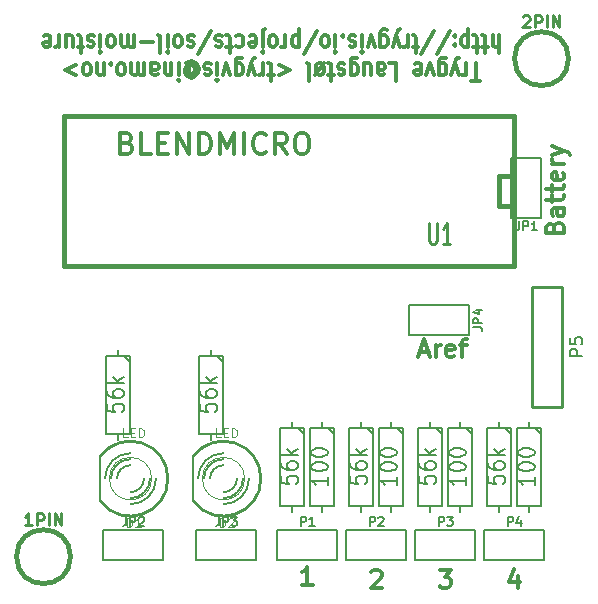
<source format=gto>
From 0e23804ec76fa056d3b58e6a109567a8d8bb5f91 Mon Sep 17 00:00:00 2001
From: Trygve Laugstøl <trygvis@inamo.no>
Date: Fri, 16 Jan 2015 19:15:17 +0100
Subject: o Adding prototype-b as it was produced.

---
 prototype-b/gerber/soil_moisture_board-F_SilkS.gto | 2214 ++++++++++++++++++++
 1 file changed, 2214 insertions(+)
 create mode 100644 prototype-b/gerber/soil_moisture_board-F_SilkS.gto

(limited to 'prototype-b/gerber/soil_moisture_board-F_SilkS.gto')

diff --git a/prototype-b/gerber/soil_moisture_board-F_SilkS.gto b/prototype-b/gerber/soil_moisture_board-F_SilkS.gto
new file mode 100644
index 0000000..fbe7765
--- /dev/null
+++ b/prototype-b/gerber/soil_moisture_board-F_SilkS.gto
@@ -0,0 +1,2214 @@
+G04 (created by PCBNEW (22-Jun-2014 BZR 4027)-stable) date Thu 15 Jan 2015 23:12:56 CET*
+%MOIN*%
+G04 Gerber Fmt 3.4, Leading zero omitted, Abs format*
+%FSLAX34Y34*%
+G01*
+G70*
+G90*
+G04 APERTURE LIST*
+%ADD10C,0.00590551*%
+%ADD11C,0.011811*%
+%ADD12C,0.015*%
+%ADD13C,0.008*%
+%ADD14C,0.006*%
+%ADD15C,0.003*%
+%ADD16C,0.01*%
+%ADD17C,0.01125*%
+%ADD18C,0.012*%
+%ADD19C,0.0035*%
+G04 APERTURE END LIST*
+G54D10*
+G54D11*
+X54452Y-33551D02*
+X54166Y-33551D01*
+X54309Y-32960D02*
+X54309Y-33551D01*
+X54000Y-32960D02*
+X54000Y-33354D01*
+X54000Y-33242D02*
+X53976Y-33298D01*
+X53952Y-33326D01*
+X53904Y-33354D01*
+X53857Y-33354D01*
+X53738Y-33354D02*
+X53619Y-32960D01*
+X53500Y-33354D02*
+X53619Y-32960D01*
+X53666Y-32820D01*
+X53690Y-32792D01*
+X53738Y-32764D01*
+X53095Y-33354D02*
+X53095Y-32876D01*
+X53119Y-32820D01*
+X53142Y-32792D01*
+X53190Y-32764D01*
+X53261Y-32764D01*
+X53309Y-32792D01*
+X53095Y-32989D02*
+X53142Y-32960D01*
+X53238Y-32960D01*
+X53285Y-32989D01*
+X53309Y-33017D01*
+X53333Y-33073D01*
+X53333Y-33242D01*
+X53309Y-33298D01*
+X53285Y-33326D01*
+X53238Y-33354D01*
+X53142Y-33354D01*
+X53095Y-33326D01*
+X52904Y-33354D02*
+X52785Y-32960D01*
+X52666Y-33354D01*
+X52285Y-32989D02*
+X52333Y-32960D01*
+X52428Y-32960D01*
+X52476Y-32989D01*
+X52500Y-33045D01*
+X52500Y-33270D01*
+X52476Y-33326D01*
+X52428Y-33354D01*
+X52333Y-33354D01*
+X52285Y-33326D01*
+X52261Y-33270D01*
+X52261Y-33214D01*
+X52500Y-33157D01*
+X51428Y-32960D02*
+X51666Y-32960D01*
+X51666Y-33551D01*
+X51047Y-32960D02*
+X51047Y-33270D01*
+X51071Y-33326D01*
+X51119Y-33354D01*
+X51214Y-33354D01*
+X51261Y-33326D01*
+X51047Y-32989D02*
+X51095Y-32960D01*
+X51214Y-32960D01*
+X51261Y-32989D01*
+X51285Y-33045D01*
+X51285Y-33101D01*
+X51261Y-33157D01*
+X51214Y-33185D01*
+X51095Y-33185D01*
+X51047Y-33214D01*
+X50595Y-33354D02*
+X50595Y-32960D01*
+X50809Y-33354D02*
+X50809Y-33045D01*
+X50785Y-32989D01*
+X50738Y-32960D01*
+X50666Y-32960D01*
+X50619Y-32989D01*
+X50595Y-33017D01*
+X50142Y-33354D02*
+X50142Y-32876D01*
+X50166Y-32820D01*
+X50190Y-32792D01*
+X50238Y-32764D01*
+X50309Y-32764D01*
+X50357Y-32792D01*
+X50142Y-32989D02*
+X50190Y-32960D01*
+X50285Y-32960D01*
+X50333Y-32989D01*
+X50357Y-33017D01*
+X50380Y-33073D01*
+X50380Y-33242D01*
+X50357Y-33298D01*
+X50333Y-33326D01*
+X50285Y-33354D01*
+X50190Y-33354D01*
+X50142Y-33326D01*
+X49928Y-32989D02*
+X49880Y-32960D01*
+X49785Y-32960D01*
+X49738Y-32989D01*
+X49714Y-33045D01*
+X49714Y-33073D01*
+X49738Y-33129D01*
+X49785Y-33157D01*
+X49857Y-33157D01*
+X49904Y-33185D01*
+X49928Y-33242D01*
+X49928Y-33270D01*
+X49904Y-33326D01*
+X49857Y-33354D01*
+X49785Y-33354D01*
+X49738Y-33326D01*
+X49571Y-33354D02*
+X49380Y-33354D01*
+X49500Y-33551D02*
+X49500Y-33045D01*
+X49476Y-32989D01*
+X49428Y-32960D01*
+X49380Y-32960D01*
+X48952Y-33354D02*
+X49261Y-32960D01*
+X49142Y-32960D02*
+X49190Y-32989D01*
+X49214Y-33017D01*
+X49238Y-33073D01*
+X49238Y-33242D01*
+X49214Y-33298D01*
+X49190Y-33326D01*
+X49142Y-33354D01*
+X49071Y-33354D01*
+X49023Y-33326D01*
+X49000Y-33298D01*
+X48976Y-33242D01*
+X48976Y-33073D01*
+X49000Y-33017D01*
+X49023Y-32989D01*
+X49071Y-32960D01*
+X49142Y-32960D01*
+X48690Y-32960D02*
+X48738Y-32989D01*
+X48761Y-33045D01*
+X48761Y-33551D01*
+X47738Y-33354D02*
+X48119Y-33185D01*
+X47738Y-33017D01*
+X47571Y-33354D02*
+X47380Y-33354D01*
+X47500Y-33551D02*
+X47500Y-33045D01*
+X47476Y-32989D01*
+X47428Y-32960D01*
+X47380Y-32960D01*
+X47214Y-32960D02*
+X47214Y-33354D01*
+X47214Y-33242D02*
+X47190Y-33298D01*
+X47166Y-33326D01*
+X47119Y-33354D01*
+X47071Y-33354D01*
+X46952Y-33354D02*
+X46833Y-32960D01*
+X46714Y-33354D02*
+X46833Y-32960D01*
+X46880Y-32820D01*
+X46904Y-32792D01*
+X46952Y-32764D01*
+X46309Y-33354D02*
+X46309Y-32876D01*
+X46333Y-32820D01*
+X46357Y-32792D01*
+X46404Y-32764D01*
+X46476Y-32764D01*
+X46523Y-32792D01*
+X46309Y-32989D02*
+X46357Y-32960D01*
+X46452Y-32960D01*
+X46500Y-32989D01*
+X46523Y-33017D01*
+X46547Y-33073D01*
+X46547Y-33242D01*
+X46523Y-33298D01*
+X46500Y-33326D01*
+X46452Y-33354D01*
+X46357Y-33354D01*
+X46309Y-33326D01*
+X46119Y-33354D02*
+X46000Y-32960D01*
+X45880Y-33354D01*
+X45690Y-32960D02*
+X45690Y-33354D01*
+X45690Y-33551D02*
+X45714Y-33523D01*
+X45690Y-33495D01*
+X45666Y-33523D01*
+X45690Y-33551D01*
+X45690Y-33495D01*
+X45476Y-32989D02*
+X45428Y-32960D01*
+X45333Y-32960D01*
+X45285Y-32989D01*
+X45261Y-33045D01*
+X45261Y-33073D01*
+X45285Y-33129D01*
+X45333Y-33157D01*
+X45404Y-33157D01*
+X45452Y-33185D01*
+X45476Y-33242D01*
+X45476Y-33270D01*
+X45452Y-33326D01*
+X45404Y-33354D01*
+X45333Y-33354D01*
+X45285Y-33326D01*
+X44738Y-33242D02*
+X44761Y-33270D01*
+X44809Y-33298D01*
+X44857Y-33298D01*
+X44904Y-33270D01*
+X44928Y-33242D01*
+X44952Y-33185D01*
+X44952Y-33129D01*
+X44928Y-33073D01*
+X44904Y-33045D01*
+X44857Y-33017D01*
+X44809Y-33017D01*
+X44761Y-33045D01*
+X44738Y-33073D01*
+X44738Y-33298D02*
+X44738Y-33073D01*
+X44714Y-33045D01*
+X44690Y-33045D01*
+X44642Y-33073D01*
+X44619Y-33129D01*
+X44619Y-33270D01*
+X44666Y-33354D01*
+X44738Y-33410D01*
+X44833Y-33439D01*
+X44928Y-33410D01*
+X45000Y-33354D01*
+X45047Y-33270D01*
+X45071Y-33157D01*
+X45047Y-33045D01*
+X45000Y-32960D01*
+X44928Y-32904D01*
+X44833Y-32876D01*
+X44738Y-32904D01*
+X44666Y-32960D01*
+X44404Y-32960D02*
+X44404Y-33354D01*
+X44404Y-33551D02*
+X44428Y-33523D01*
+X44404Y-33495D01*
+X44380Y-33523D01*
+X44404Y-33551D01*
+X44404Y-33495D01*
+X44166Y-33354D02*
+X44166Y-32960D01*
+X44166Y-33298D02*
+X44142Y-33326D01*
+X44095Y-33354D01*
+X44023Y-33354D01*
+X43976Y-33326D01*
+X43952Y-33270D01*
+X43952Y-32960D01*
+X43500Y-32960D02*
+X43500Y-33270D01*
+X43523Y-33326D01*
+X43571Y-33354D01*
+X43666Y-33354D01*
+X43714Y-33326D01*
+X43500Y-32989D02*
+X43547Y-32960D01*
+X43666Y-32960D01*
+X43714Y-32989D01*
+X43738Y-33045D01*
+X43738Y-33101D01*
+X43714Y-33157D01*
+X43666Y-33185D01*
+X43547Y-33185D01*
+X43500Y-33214D01*
+X43261Y-32960D02*
+X43261Y-33354D01*
+X43261Y-33298D02*
+X43238Y-33326D01*
+X43190Y-33354D01*
+X43119Y-33354D01*
+X43071Y-33326D01*
+X43047Y-33270D01*
+X43047Y-32960D01*
+X43047Y-33270D02*
+X43023Y-33326D01*
+X42976Y-33354D01*
+X42904Y-33354D01*
+X42857Y-33326D01*
+X42833Y-33270D01*
+X42833Y-32960D01*
+X42523Y-32960D02*
+X42571Y-32989D01*
+X42595Y-33017D01*
+X42619Y-33073D01*
+X42619Y-33242D01*
+X42595Y-33298D01*
+X42571Y-33326D01*
+X42523Y-33354D01*
+X42452Y-33354D01*
+X42404Y-33326D01*
+X42380Y-33298D01*
+X42357Y-33242D01*
+X42357Y-33073D01*
+X42380Y-33017D01*
+X42404Y-32989D01*
+X42452Y-32960D01*
+X42523Y-32960D01*
+X42142Y-33017D02*
+X42119Y-32989D01*
+X42142Y-32960D01*
+X42166Y-32989D01*
+X42142Y-33017D01*
+X42142Y-32960D01*
+X41904Y-33354D02*
+X41904Y-32960D01*
+X41904Y-33298D02*
+X41880Y-33326D01*
+X41833Y-33354D01*
+X41761Y-33354D01*
+X41714Y-33326D01*
+X41690Y-33270D01*
+X41690Y-32960D01*
+X41380Y-32960D02*
+X41428Y-32989D01*
+X41452Y-33017D01*
+X41476Y-33073D01*
+X41476Y-33242D01*
+X41452Y-33298D01*
+X41428Y-33326D01*
+X41380Y-33354D01*
+X41309Y-33354D01*
+X41261Y-33326D01*
+X41238Y-33298D01*
+X41214Y-33242D01*
+X41214Y-33073D01*
+X41238Y-33017D01*
+X41261Y-32989D01*
+X41309Y-32960D01*
+X41380Y-32960D01*
+X40999Y-33354D02*
+X40619Y-33185D01*
+X40999Y-33017D01*
+X55083Y-32016D02*
+X55083Y-32606D01*
+X54869Y-32016D02*
+X54869Y-32325D01*
+X54892Y-32381D01*
+X54940Y-32409D01*
+X55011Y-32409D01*
+X55059Y-32381D01*
+X55083Y-32353D01*
+X54702Y-32409D02*
+X54511Y-32409D01*
+X54630Y-32606D02*
+X54630Y-32100D01*
+X54607Y-32044D01*
+X54559Y-32016D01*
+X54511Y-32016D01*
+X54416Y-32409D02*
+X54226Y-32409D01*
+X54345Y-32606D02*
+X54345Y-32100D01*
+X54321Y-32044D01*
+X54273Y-32016D01*
+X54226Y-32016D01*
+X54059Y-32409D02*
+X54059Y-31819D01*
+X54059Y-32381D02*
+X54011Y-32409D01*
+X53916Y-32409D01*
+X53869Y-32381D01*
+X53845Y-32353D01*
+X53821Y-32297D01*
+X53821Y-32128D01*
+X53845Y-32072D01*
+X53869Y-32044D01*
+X53916Y-32016D01*
+X54011Y-32016D01*
+X54059Y-32044D01*
+X53607Y-32072D02*
+X53583Y-32044D01*
+X53607Y-32016D01*
+X53630Y-32044D01*
+X53607Y-32072D01*
+X53607Y-32016D01*
+X53607Y-32381D02*
+X53583Y-32353D01*
+X53607Y-32325D01*
+X53630Y-32353D01*
+X53607Y-32381D01*
+X53607Y-32325D01*
+X53011Y-32634D02*
+X53440Y-31875D01*
+X52488Y-32634D02*
+X52916Y-31875D01*
+X52392Y-32409D02*
+X52202Y-32409D01*
+X52321Y-32606D02*
+X52321Y-32100D01*
+X52297Y-32044D01*
+X52249Y-32016D01*
+X52202Y-32016D01*
+X52035Y-32016D02*
+X52035Y-32409D01*
+X52035Y-32297D02*
+X52011Y-32353D01*
+X51988Y-32381D01*
+X51940Y-32409D01*
+X51892Y-32409D01*
+X51773Y-32409D02*
+X51654Y-32016D01*
+X51535Y-32409D02*
+X51654Y-32016D01*
+X51702Y-31875D01*
+X51726Y-31847D01*
+X51773Y-31819D01*
+X51130Y-32409D02*
+X51130Y-31931D01*
+X51154Y-31875D01*
+X51178Y-31847D01*
+X51226Y-31819D01*
+X51297Y-31819D01*
+X51345Y-31847D01*
+X51130Y-32044D02*
+X51178Y-32016D01*
+X51273Y-32016D01*
+X51321Y-32044D01*
+X51345Y-32072D01*
+X51369Y-32128D01*
+X51369Y-32297D01*
+X51345Y-32353D01*
+X51321Y-32381D01*
+X51273Y-32409D01*
+X51178Y-32409D01*
+X51130Y-32381D01*
+X50940Y-32409D02*
+X50821Y-32016D01*
+X50702Y-32409D01*
+X50511Y-32016D02*
+X50511Y-32409D01*
+X50511Y-32606D02*
+X50535Y-32578D01*
+X50511Y-32550D01*
+X50488Y-32578D01*
+X50511Y-32606D01*
+X50511Y-32550D01*
+X50297Y-32044D02*
+X50249Y-32016D01*
+X50154Y-32016D01*
+X50107Y-32044D01*
+X50083Y-32100D01*
+X50083Y-32128D01*
+X50107Y-32184D01*
+X50154Y-32212D01*
+X50226Y-32212D01*
+X50273Y-32241D01*
+X50297Y-32297D01*
+X50297Y-32325D01*
+X50273Y-32381D01*
+X50226Y-32409D01*
+X50154Y-32409D01*
+X50107Y-32381D01*
+X49869Y-32072D02*
+X49845Y-32044D01*
+X49869Y-32016D01*
+X49892Y-32044D01*
+X49869Y-32072D01*
+X49869Y-32016D01*
+X49630Y-32016D02*
+X49630Y-32409D01*
+X49630Y-32606D02*
+X49654Y-32578D01*
+X49630Y-32550D01*
+X49607Y-32578D01*
+X49630Y-32606D01*
+X49630Y-32550D01*
+X49321Y-32016D02*
+X49369Y-32044D01*
+X49392Y-32072D01*
+X49416Y-32128D01*
+X49416Y-32297D01*
+X49392Y-32353D01*
+X49369Y-32381D01*
+X49321Y-32409D01*
+X49249Y-32409D01*
+X49202Y-32381D01*
+X49178Y-32353D01*
+X49154Y-32297D01*
+X49154Y-32128D01*
+X49178Y-32072D01*
+X49202Y-32044D01*
+X49249Y-32016D01*
+X49321Y-32016D01*
+X48583Y-32634D02*
+X49011Y-31875D01*
+X48416Y-32409D02*
+X48416Y-31819D01*
+X48416Y-32381D02*
+X48369Y-32409D01*
+X48273Y-32409D01*
+X48226Y-32381D01*
+X48202Y-32353D01*
+X48178Y-32297D01*
+X48178Y-32128D01*
+X48202Y-32072D01*
+X48226Y-32044D01*
+X48273Y-32016D01*
+X48369Y-32016D01*
+X48416Y-32044D01*
+X47964Y-32016D02*
+X47964Y-32409D01*
+X47964Y-32297D02*
+X47940Y-32353D01*
+X47916Y-32381D01*
+X47869Y-32409D01*
+X47821Y-32409D01*
+X47583Y-32016D02*
+X47630Y-32044D01*
+X47654Y-32072D01*
+X47678Y-32128D01*
+X47678Y-32297D01*
+X47654Y-32353D01*
+X47630Y-32381D01*
+X47583Y-32409D01*
+X47511Y-32409D01*
+X47464Y-32381D01*
+X47440Y-32353D01*
+X47416Y-32297D01*
+X47416Y-32128D01*
+X47440Y-32072D01*
+X47464Y-32044D01*
+X47511Y-32016D01*
+X47583Y-32016D01*
+X47202Y-32409D02*
+X47202Y-31903D01*
+X47226Y-31847D01*
+X47273Y-31819D01*
+X47297Y-31819D01*
+X47202Y-32606D02*
+X47226Y-32578D01*
+X47202Y-32550D01*
+X47178Y-32578D01*
+X47202Y-32606D01*
+X47202Y-32550D01*
+X46773Y-32044D02*
+X46821Y-32016D01*
+X46916Y-32016D01*
+X46964Y-32044D01*
+X46988Y-32100D01*
+X46988Y-32325D01*
+X46964Y-32381D01*
+X46916Y-32409D01*
+X46821Y-32409D01*
+X46773Y-32381D01*
+X46749Y-32325D01*
+X46749Y-32269D01*
+X46988Y-32212D01*
+X46321Y-32044D02*
+X46369Y-32016D01*
+X46464Y-32016D01*
+X46511Y-32044D01*
+X46535Y-32072D01*
+X46559Y-32128D01*
+X46559Y-32297D01*
+X46535Y-32353D01*
+X46511Y-32381D01*
+X46464Y-32409D01*
+X46369Y-32409D01*
+X46321Y-32381D01*
+X46178Y-32409D02*
+X45988Y-32409D01*
+X46107Y-32606D02*
+X46107Y-32100D01*
+X46083Y-32044D01*
+X46035Y-32016D01*
+X45988Y-32016D01*
+X45845Y-32044D02*
+X45797Y-32016D01*
+X45702Y-32016D01*
+X45654Y-32044D01*
+X45630Y-32100D01*
+X45630Y-32128D01*
+X45654Y-32184D01*
+X45702Y-32212D01*
+X45773Y-32212D01*
+X45821Y-32241D01*
+X45845Y-32297D01*
+X45845Y-32325D01*
+X45821Y-32381D01*
+X45773Y-32409D01*
+X45702Y-32409D01*
+X45654Y-32381D01*
+X45059Y-32634D02*
+X45488Y-31875D01*
+X44916Y-32044D02*
+X44869Y-32016D01*
+X44773Y-32016D01*
+X44726Y-32044D01*
+X44702Y-32100D01*
+X44702Y-32128D01*
+X44726Y-32184D01*
+X44773Y-32212D01*
+X44845Y-32212D01*
+X44892Y-32241D01*
+X44916Y-32297D01*
+X44916Y-32325D01*
+X44892Y-32381D01*
+X44845Y-32409D01*
+X44773Y-32409D01*
+X44726Y-32381D01*
+X44416Y-32016D02*
+X44464Y-32044D01*
+X44488Y-32072D01*
+X44511Y-32128D01*
+X44511Y-32297D01*
+X44488Y-32353D01*
+X44464Y-32381D01*
+X44416Y-32409D01*
+X44345Y-32409D01*
+X44297Y-32381D01*
+X44273Y-32353D01*
+X44250Y-32297D01*
+X44250Y-32128D01*
+X44273Y-32072D01*
+X44297Y-32044D01*
+X44345Y-32016D01*
+X44416Y-32016D01*
+X44035Y-32016D02*
+X44035Y-32409D01*
+X44035Y-32606D02*
+X44059Y-32578D01*
+X44035Y-32550D01*
+X44011Y-32578D01*
+X44035Y-32606D01*
+X44035Y-32550D01*
+X43726Y-32016D02*
+X43773Y-32044D01*
+X43797Y-32100D01*
+X43797Y-32606D01*
+X43535Y-32241D02*
+X43154Y-32241D01*
+X42916Y-32016D02*
+X42916Y-32409D01*
+X42916Y-32353D02*
+X42892Y-32381D01*
+X42845Y-32409D01*
+X42773Y-32409D01*
+X42726Y-32381D01*
+X42702Y-32325D01*
+X42702Y-32016D01*
+X42702Y-32325D02*
+X42678Y-32381D01*
+X42630Y-32409D01*
+X42559Y-32409D01*
+X42511Y-32381D01*
+X42488Y-32325D01*
+X42488Y-32016D01*
+X42178Y-32016D02*
+X42226Y-32044D01*
+X42250Y-32072D01*
+X42273Y-32128D01*
+X42273Y-32297D01*
+X42250Y-32353D01*
+X42226Y-32381D01*
+X42178Y-32409D01*
+X42107Y-32409D01*
+X42059Y-32381D01*
+X42035Y-32353D01*
+X42011Y-32297D01*
+X42011Y-32128D01*
+X42035Y-32072D01*
+X42059Y-32044D01*
+X42107Y-32016D01*
+X42178Y-32016D01*
+X41797Y-32016D02*
+X41797Y-32409D01*
+X41797Y-32606D02*
+X41821Y-32578D01*
+X41797Y-32550D01*
+X41773Y-32578D01*
+X41797Y-32606D01*
+X41797Y-32550D01*
+X41583Y-32044D02*
+X41535Y-32016D01*
+X41440Y-32016D01*
+X41392Y-32044D01*
+X41369Y-32100D01*
+X41369Y-32128D01*
+X41392Y-32184D01*
+X41440Y-32212D01*
+X41511Y-32212D01*
+X41559Y-32241D01*
+X41583Y-32297D01*
+X41583Y-32325D01*
+X41559Y-32381D01*
+X41511Y-32409D01*
+X41440Y-32409D01*
+X41392Y-32381D01*
+X41226Y-32409D02*
+X41035Y-32409D01*
+X41154Y-32606D02*
+X41154Y-32100D01*
+X41130Y-32044D01*
+X41083Y-32016D01*
+X41035Y-32016D01*
+X40654Y-32409D02*
+X40654Y-32016D01*
+X40869Y-32409D02*
+X40869Y-32100D01*
+X40845Y-32044D01*
+X40797Y-32016D01*
+X40726Y-32016D01*
+X40678Y-32044D01*
+X40654Y-32072D01*
+X40416Y-32016D02*
+X40416Y-32409D01*
+X40416Y-32297D02*
+X40392Y-32353D01*
+X40369Y-32381D01*
+X40321Y-32409D01*
+X40273Y-32409D01*
+X39916Y-32044D02*
+X39964Y-32016D01*
+X40059Y-32016D01*
+X40107Y-32044D01*
+X40130Y-32100D01*
+X40130Y-32325D01*
+X40107Y-32381D01*
+X40059Y-32409D01*
+X39964Y-32409D01*
+X39916Y-32381D01*
+X39892Y-32325D01*
+X39892Y-32269D01*
+X40130Y-32212D01*
+X56929Y-38423D02*
+X56957Y-38338D01*
+X56985Y-38310D01*
+X57042Y-38282D01*
+X57126Y-38282D01*
+X57182Y-38310D01*
+X57210Y-38338D01*
+X57239Y-38395D01*
+X57239Y-38620D01*
+X56648Y-38620D01*
+X56648Y-38423D01*
+X56676Y-38367D01*
+X56704Y-38338D01*
+X56760Y-38310D01*
+X56817Y-38310D01*
+X56873Y-38338D01*
+X56901Y-38367D01*
+X56929Y-38423D01*
+X56929Y-38620D01*
+X57239Y-37776D02*
+X56929Y-37776D01*
+X56873Y-37804D01*
+X56845Y-37860D01*
+X56845Y-37973D01*
+X56873Y-38029D01*
+X57210Y-37776D02*
+X57239Y-37832D01*
+X57239Y-37973D01*
+X57210Y-38029D01*
+X57154Y-38057D01*
+X57098Y-38057D01*
+X57042Y-38029D01*
+X57014Y-37973D01*
+X57014Y-37832D01*
+X56985Y-37776D01*
+X56845Y-37579D02*
+X56845Y-37354D01*
+X56648Y-37495D02*
+X57154Y-37495D01*
+X57210Y-37467D01*
+X57239Y-37410D01*
+X57239Y-37354D01*
+X56845Y-37242D02*
+X56845Y-37017D01*
+X56648Y-37157D02*
+X57154Y-37157D01*
+X57210Y-37129D01*
+X57239Y-37073D01*
+X57239Y-37017D01*
+X57210Y-36595D02*
+X57239Y-36651D01*
+X57239Y-36764D01*
+X57210Y-36820D01*
+X57154Y-36848D01*
+X56929Y-36848D01*
+X56873Y-36820D01*
+X56845Y-36764D01*
+X56845Y-36651D01*
+X56873Y-36595D01*
+X56929Y-36567D01*
+X56985Y-36567D01*
+X57042Y-36848D01*
+X57239Y-36314D02*
+X56845Y-36314D01*
+X56957Y-36314D02*
+X56901Y-36286D01*
+X56873Y-36257D01*
+X56845Y-36201D01*
+X56845Y-36145D01*
+X56845Y-36004D02*
+X57239Y-35864D01*
+X56845Y-35723D02*
+X57239Y-35864D01*
+X57379Y-35920D01*
+X57407Y-35948D01*
+X57435Y-36004D01*
+X52454Y-42570D02*
+X52735Y-42570D01*
+X52398Y-42739D02*
+X52595Y-42148D01*
+X52792Y-42739D01*
+X52989Y-42739D02*
+X52989Y-42345D01*
+X52989Y-42457D02*
+X53017Y-42401D01*
+X53045Y-42373D01*
+X53101Y-42345D01*
+X53157Y-42345D01*
+X53579Y-42710D02*
+X53523Y-42739D01*
+X53410Y-42739D01*
+X53354Y-42710D01*
+X53326Y-42654D01*
+X53326Y-42429D01*
+X53354Y-42373D01*
+X53410Y-42345D01*
+X53523Y-42345D01*
+X53579Y-42373D01*
+X53607Y-42429D01*
+X53607Y-42485D01*
+X53326Y-42542D01*
+X53776Y-42345D02*
+X54001Y-42345D01*
+X53860Y-42739D02*
+X53860Y-42232D01*
+X53888Y-42176D01*
+X53945Y-42148D01*
+X54001Y-42148D01*
+X55712Y-50045D02*
+X55712Y-50439D01*
+X55571Y-49820D02*
+X55431Y-50242D01*
+X55796Y-50242D01*
+X53103Y-49848D02*
+X53468Y-49848D01*
+X53271Y-50073D01*
+X53356Y-50073D01*
+X53412Y-50101D01*
+X53440Y-50129D01*
+X53468Y-50185D01*
+X53468Y-50326D01*
+X53440Y-50382D01*
+X53412Y-50410D01*
+X53356Y-50439D01*
+X53187Y-50439D01*
+X53131Y-50410D01*
+X53103Y-50382D01*
+X50831Y-49904D02*
+X50859Y-49876D01*
+X50915Y-49848D01*
+X51056Y-49848D01*
+X51112Y-49876D01*
+X51140Y-49904D01*
+X51168Y-49960D01*
+X51168Y-50017D01*
+X51140Y-50101D01*
+X50803Y-50439D01*
+X51168Y-50439D01*
+X48868Y-50339D02*
+X48531Y-50339D01*
+X48700Y-50339D02*
+X48700Y-49748D01*
+X48643Y-49832D01*
+X48587Y-49889D01*
+X48531Y-49917D01*
+G54D12*
+X55600Y-37700D02*
+X55600Y-37700D01*
+X55600Y-37700D02*
+X55100Y-37700D01*
+X55100Y-37700D02*
+X55100Y-36700D01*
+X55100Y-36700D02*
+X55600Y-36700D01*
+X55600Y-39700D02*
+X40600Y-39700D01*
+X40600Y-39700D02*
+X40600Y-34700D01*
+X40600Y-34700D02*
+X55600Y-34700D01*
+X55600Y-34700D02*
+X55600Y-39700D01*
+G54D13*
+X49200Y-44900D02*
+X49200Y-45100D01*
+X49200Y-47900D02*
+X49200Y-47700D01*
+X49200Y-47700D02*
+X49600Y-47700D01*
+X49600Y-47700D02*
+X49600Y-45100D01*
+X49600Y-45100D02*
+X48800Y-45100D01*
+X48800Y-45100D02*
+X48800Y-47700D01*
+X48800Y-47700D02*
+X49200Y-47700D01*
+X49400Y-45100D02*
+X49600Y-45300D01*
+X48200Y-44900D02*
+X48200Y-45100D01*
+X48200Y-47900D02*
+X48200Y-47700D01*
+X48200Y-47700D02*
+X48600Y-47700D01*
+X48600Y-47700D02*
+X48600Y-45100D01*
+X48600Y-45100D02*
+X47800Y-45100D01*
+X47800Y-45100D02*
+X47800Y-47700D01*
+X47800Y-47700D02*
+X48200Y-47700D01*
+X48400Y-45100D02*
+X48600Y-45300D01*
+G54D14*
+X47700Y-49500D02*
+X47700Y-48500D01*
+X47700Y-48500D02*
+X49700Y-48500D01*
+X49700Y-48500D02*
+X49700Y-49500D01*
+X49700Y-49500D02*
+X47700Y-49500D01*
+G54D13*
+X51500Y-44900D02*
+X51500Y-45100D01*
+X51500Y-47900D02*
+X51500Y-47700D01*
+X51500Y-47700D02*
+X51900Y-47700D01*
+X51900Y-47700D02*
+X51900Y-45100D01*
+X51900Y-45100D02*
+X51100Y-45100D01*
+X51100Y-45100D02*
+X51100Y-47700D01*
+X51100Y-47700D02*
+X51500Y-47700D01*
+X51700Y-45100D02*
+X51900Y-45300D01*
+X50500Y-44900D02*
+X50500Y-45100D01*
+X50500Y-47900D02*
+X50500Y-47700D01*
+X50500Y-47700D02*
+X50900Y-47700D01*
+X50900Y-47700D02*
+X50900Y-45100D01*
+X50900Y-45100D02*
+X50100Y-45100D01*
+X50100Y-45100D02*
+X50100Y-47700D01*
+X50100Y-47700D02*
+X50500Y-47700D01*
+X50700Y-45100D02*
+X50900Y-45300D01*
+G54D14*
+X55500Y-36100D02*
+X56500Y-36100D01*
+X56500Y-36100D02*
+X56500Y-38100D01*
+X56500Y-38100D02*
+X55500Y-38100D01*
+X55500Y-38100D02*
+X55500Y-36100D01*
+X50000Y-49500D02*
+X50000Y-48500D01*
+X50000Y-48500D02*
+X52000Y-48500D01*
+X52000Y-48500D02*
+X52000Y-49500D01*
+X52000Y-49500D02*
+X50000Y-49500D01*
+G54D12*
+X40800Y-49400D02*
+G75*
+G03X40800Y-49400I-900J0D01*
+G74*
+G01*
+G54D13*
+X55100Y-44900D02*
+X55100Y-45100D01*
+X55100Y-47900D02*
+X55100Y-47700D01*
+X55100Y-47700D02*
+X55500Y-47700D01*
+X55500Y-47700D02*
+X55500Y-45100D01*
+X55500Y-45100D02*
+X54700Y-45100D01*
+X54700Y-45100D02*
+X54700Y-47700D01*
+X54700Y-47700D02*
+X55100Y-47700D01*
+X55300Y-45100D02*
+X55500Y-45300D01*
+X42400Y-42500D02*
+X42400Y-42700D01*
+X42400Y-45500D02*
+X42400Y-45300D01*
+X42400Y-45300D02*
+X42800Y-45300D01*
+X42800Y-45300D02*
+X42800Y-42700D01*
+X42800Y-42700D02*
+X42000Y-42700D01*
+X42000Y-42700D02*
+X42000Y-45300D01*
+X42000Y-45300D02*
+X42400Y-45300D01*
+X42600Y-42700D02*
+X42800Y-42900D01*
+X53800Y-44900D02*
+X53800Y-45100D01*
+X53800Y-47900D02*
+X53800Y-47700D01*
+X53800Y-47700D02*
+X54200Y-47700D01*
+X54200Y-47700D02*
+X54200Y-45100D01*
+X54200Y-45100D02*
+X53400Y-45100D01*
+X53400Y-45100D02*
+X53400Y-47700D01*
+X53400Y-47700D02*
+X53800Y-47700D01*
+X54000Y-45100D02*
+X54200Y-45300D01*
+X52800Y-44900D02*
+X52800Y-45100D01*
+X52800Y-47900D02*
+X52800Y-47700D01*
+X52800Y-47700D02*
+X53200Y-47700D01*
+X53200Y-47700D02*
+X53200Y-45100D01*
+X53200Y-45100D02*
+X52400Y-45100D01*
+X52400Y-45100D02*
+X52400Y-47700D01*
+X52400Y-47700D02*
+X52800Y-47700D01*
+X53000Y-45100D02*
+X53200Y-45300D01*
+G54D14*
+X54600Y-49500D02*
+X54600Y-48500D01*
+X54600Y-48500D02*
+X56600Y-48500D01*
+X56600Y-48500D02*
+X56600Y-49500D01*
+X56600Y-49500D02*
+X54600Y-49500D01*
+X52300Y-49500D02*
+X52300Y-48500D01*
+X52300Y-48500D02*
+X54300Y-48500D01*
+X54300Y-48500D02*
+X54300Y-49500D01*
+X54300Y-49500D02*
+X52300Y-49500D01*
+G54D13*
+X45500Y-42500D02*
+X45500Y-42700D01*
+X45500Y-45500D02*
+X45500Y-45300D01*
+X45500Y-45300D02*
+X45900Y-45300D01*
+X45900Y-45300D02*
+X45900Y-42700D01*
+X45900Y-42700D02*
+X45100Y-42700D01*
+X45100Y-42700D02*
+X45100Y-45300D01*
+X45100Y-45300D02*
+X45500Y-45300D01*
+X45700Y-42700D02*
+X45900Y-42900D01*
+X56100Y-44900D02*
+X56100Y-45100D01*
+X56100Y-47900D02*
+X56100Y-47700D01*
+X56100Y-47700D02*
+X56500Y-47700D01*
+X56500Y-47700D02*
+X56500Y-45100D01*
+X56500Y-45100D02*
+X55700Y-45100D01*
+X55700Y-45100D02*
+X55700Y-47700D01*
+X55700Y-47700D02*
+X56100Y-47700D01*
+X56300Y-45100D02*
+X56500Y-45300D01*
+X41780Y-46050D02*
+X41780Y-47550D01*
+G54D15*
+X43507Y-46800D02*
+G75*
+G03X43507Y-46800I-707J0D01*
+G74*
+G01*
+G54D16*
+X41800Y-47550D02*
+G75*
+G03X41800Y-46049I999J750D01*
+G74*
+G01*
+G54D14*
+X42800Y-47250D02*
+G75*
+G03X43250Y-46800I0J450D01*
+G74*
+G01*
+X42800Y-46350D02*
+G75*
+G03X42350Y-46800I0J-450D01*
+G74*
+G01*
+X42800Y-47450D02*
+G75*
+G03X43450Y-46800I0J650D01*
+G74*
+G01*
+X42800Y-46150D02*
+G75*
+G03X42150Y-46800I0J-650D01*
+G74*
+G01*
+X42800Y-47650D02*
+G75*
+G03X43650Y-46800I0J850D01*
+G74*
+G01*
+X42800Y-45950D02*
+G75*
+G03X41950Y-46800I0J-850D01*
+G74*
+G01*
+G54D13*
+X44880Y-46050D02*
+X44880Y-47550D01*
+G54D15*
+X46607Y-46800D02*
+G75*
+G03X46607Y-46800I-707J0D01*
+G74*
+G01*
+G54D16*
+X44900Y-47550D02*
+G75*
+G03X44900Y-46049I999J750D01*
+G74*
+G01*
+G54D14*
+X45900Y-47250D02*
+G75*
+G03X46350Y-46800I0J450D01*
+G74*
+G01*
+X45900Y-46350D02*
+G75*
+G03X45450Y-46800I0J-450D01*
+G74*
+G01*
+X45900Y-47450D02*
+G75*
+G03X46550Y-46800I0J650D01*
+G74*
+G01*
+X45900Y-46150D02*
+G75*
+G03X45250Y-46800I0J-650D01*
+G74*
+G01*
+X45900Y-47650D02*
+G75*
+G03X46750Y-46800I0J850D01*
+G74*
+G01*
+X45900Y-45950D02*
+G75*
+G03X45050Y-46800I0J-850D01*
+G74*
+G01*
+X41900Y-49500D02*
+X41900Y-48500D01*
+X41900Y-48500D02*
+X43900Y-48500D01*
+X43900Y-48500D02*
+X43900Y-49500D01*
+X43900Y-49500D02*
+X41900Y-49500D01*
+X45000Y-49500D02*
+X45000Y-48500D01*
+X45000Y-48500D02*
+X47000Y-48500D01*
+X47000Y-48500D02*
+X47000Y-49500D01*
+X47000Y-49500D02*
+X45000Y-49500D01*
+G54D12*
+X57400Y-32800D02*
+G75*
+G03X57400Y-32800I-900J0D01*
+G74*
+G01*
+G54D16*
+X56200Y-44400D02*
+X56200Y-40400D01*
+X57200Y-44400D02*
+X57200Y-40400D01*
+X57200Y-40400D02*
+X56200Y-40400D01*
+X56200Y-44400D02*
+X57200Y-44400D01*
+G54D14*
+X54100Y-41000D02*
+X54100Y-42000D01*
+X54100Y-42000D02*
+X52100Y-42000D01*
+X52100Y-42000D02*
+X52100Y-41000D01*
+X52100Y-41000D02*
+X54100Y-41000D01*
+G54D17*
+X52757Y-38283D02*
+X52757Y-38850D01*
+X52778Y-38916D01*
+X52800Y-38950D01*
+X52842Y-38983D01*
+X52928Y-38983D01*
+X52971Y-38950D01*
+X52992Y-38916D01*
+X53014Y-38850D01*
+X53014Y-38283D01*
+X53464Y-38983D02*
+X53207Y-38983D01*
+X53335Y-38983D02*
+X53335Y-38283D01*
+X53292Y-38383D01*
+X53250Y-38450D01*
+X53207Y-38483D01*
+G54D18*
+X42700Y-35616D02*
+X42800Y-35650D01*
+X42833Y-35683D01*
+X42866Y-35750D01*
+X42866Y-35850D01*
+X42833Y-35916D01*
+X42800Y-35950D01*
+X42733Y-35983D01*
+X42466Y-35983D01*
+X42466Y-35283D01*
+X42700Y-35283D01*
+X42766Y-35316D01*
+X42800Y-35350D01*
+X42833Y-35416D01*
+X42833Y-35483D01*
+X42800Y-35550D01*
+X42766Y-35583D01*
+X42700Y-35616D01*
+X42466Y-35616D01*
+X43500Y-35983D02*
+X43166Y-35983D01*
+X43166Y-35283D01*
+X43733Y-35616D02*
+X43966Y-35616D01*
+X44066Y-35983D02*
+X43733Y-35983D01*
+X43733Y-35283D01*
+X44066Y-35283D01*
+X44366Y-35983D02*
+X44366Y-35283D01*
+X44766Y-35983D01*
+X44766Y-35283D01*
+X45100Y-35983D02*
+X45100Y-35283D01*
+X45266Y-35283D01*
+X45366Y-35316D01*
+X45433Y-35383D01*
+X45466Y-35450D01*
+X45500Y-35583D01*
+X45500Y-35683D01*
+X45466Y-35816D01*
+X45433Y-35883D01*
+X45366Y-35950D01*
+X45266Y-35983D01*
+X45100Y-35983D01*
+X45800Y-35983D02*
+X45800Y-35283D01*
+X46033Y-35783D01*
+X46266Y-35283D01*
+X46266Y-35983D01*
+X46600Y-35983D02*
+X46600Y-35283D01*
+X47333Y-35916D02*
+X47300Y-35950D01*
+X47200Y-35983D01*
+X47133Y-35983D01*
+X47033Y-35950D01*
+X46966Y-35883D01*
+X46933Y-35816D01*
+X46900Y-35683D01*
+X46900Y-35583D01*
+X46933Y-35450D01*
+X46966Y-35383D01*
+X47033Y-35316D01*
+X47133Y-35283D01*
+X47200Y-35283D01*
+X47300Y-35316D01*
+X47333Y-35350D01*
+X48033Y-35983D02*
+X47800Y-35650D01*
+X47633Y-35983D02*
+X47633Y-35283D01*
+X47900Y-35283D01*
+X47966Y-35316D01*
+X48000Y-35350D01*
+X48033Y-35416D01*
+X48033Y-35516D01*
+X48000Y-35583D01*
+X47966Y-35616D01*
+X47900Y-35650D01*
+X47633Y-35650D01*
+X48466Y-35283D02*
+X48600Y-35283D01*
+X48666Y-35316D01*
+X48733Y-35383D01*
+X48766Y-35516D01*
+X48766Y-35750D01*
+X48733Y-35883D01*
+X48666Y-35950D01*
+X48600Y-35983D01*
+X48466Y-35983D01*
+X48400Y-35950D01*
+X48333Y-35883D01*
+X48300Y-35750D01*
+X48300Y-35516D01*
+X48333Y-35383D01*
+X48400Y-35316D01*
+X48466Y-35283D01*
+G54D13*
+X49372Y-46733D02*
+X49372Y-47019D01*
+X49372Y-46876D02*
+X48822Y-46876D01*
+X48901Y-46923D01*
+X48953Y-46971D01*
+X48979Y-47019D01*
+X48822Y-46423D02*
+X48822Y-46376D01*
+X48848Y-46328D01*
+X48875Y-46304D01*
+X48927Y-46280D01*
+X49032Y-46257D01*
+X49163Y-46257D01*
+X49267Y-46280D01*
+X49320Y-46304D01*
+X49346Y-46328D01*
+X49372Y-46376D01*
+X49372Y-46423D01*
+X49346Y-46471D01*
+X49320Y-46495D01*
+X49267Y-46519D01*
+X49163Y-46542D01*
+X49032Y-46542D01*
+X48927Y-46519D01*
+X48875Y-46495D01*
+X48848Y-46471D01*
+X48822Y-46423D01*
+X48822Y-45947D02*
+X48822Y-45900D01*
+X48848Y-45852D01*
+X48875Y-45828D01*
+X48927Y-45804D01*
+X49032Y-45780D01*
+X49163Y-45780D01*
+X49267Y-45804D01*
+X49320Y-45828D01*
+X49346Y-45852D01*
+X49372Y-45900D01*
+X49372Y-45947D01*
+X49346Y-45995D01*
+X49320Y-46019D01*
+X49267Y-46042D01*
+X49163Y-46066D01*
+X49032Y-46066D01*
+X48927Y-46042D01*
+X48875Y-46019D01*
+X48848Y-45995D01*
+X48822Y-45947D01*
+X47822Y-46721D02*
+X47822Y-46959D01*
+X48084Y-46983D01*
+X48058Y-46959D01*
+X48032Y-46911D01*
+X48032Y-46792D01*
+X48058Y-46745D01*
+X48084Y-46721D01*
+X48136Y-46697D01*
+X48267Y-46697D01*
+X48320Y-46721D01*
+X48346Y-46745D01*
+X48372Y-46792D01*
+X48372Y-46911D01*
+X48346Y-46959D01*
+X48320Y-46983D01*
+X47822Y-46269D02*
+X47822Y-46364D01*
+X47848Y-46411D01*
+X47875Y-46435D01*
+X47953Y-46483D01*
+X48058Y-46507D01*
+X48267Y-46507D01*
+X48320Y-46483D01*
+X48346Y-46459D01*
+X48372Y-46411D01*
+X48372Y-46316D01*
+X48346Y-46269D01*
+X48320Y-46245D01*
+X48267Y-46221D01*
+X48136Y-46221D01*
+X48084Y-46245D01*
+X48058Y-46269D01*
+X48032Y-46316D01*
+X48032Y-46411D01*
+X48058Y-46459D01*
+X48084Y-46483D01*
+X48136Y-46507D01*
+X48372Y-46007D02*
+X47822Y-46007D01*
+X48163Y-45959D02*
+X48372Y-45816D01*
+X48005Y-45816D02*
+X48215Y-46007D01*
+G54D14*
+X48478Y-48371D02*
+X48478Y-48071D01*
+X48592Y-48071D01*
+X48621Y-48085D01*
+X48635Y-48100D01*
+X48650Y-48128D01*
+X48650Y-48171D01*
+X48635Y-48200D01*
+X48621Y-48214D01*
+X48592Y-48228D01*
+X48478Y-48228D01*
+X48935Y-48371D02*
+X48764Y-48371D01*
+X48850Y-48371D02*
+X48850Y-48071D01*
+X48821Y-48114D01*
+X48792Y-48142D01*
+X48764Y-48157D01*
+G54D13*
+X51672Y-46733D02*
+X51672Y-47019D01*
+X51672Y-46876D02*
+X51122Y-46876D01*
+X51201Y-46923D01*
+X51253Y-46971D01*
+X51279Y-47019D01*
+X51122Y-46423D02*
+X51122Y-46376D01*
+X51148Y-46328D01*
+X51175Y-46304D01*
+X51227Y-46280D01*
+X51332Y-46257D01*
+X51463Y-46257D01*
+X51567Y-46280D01*
+X51620Y-46304D01*
+X51646Y-46328D01*
+X51672Y-46376D01*
+X51672Y-46423D01*
+X51646Y-46471D01*
+X51620Y-46495D01*
+X51567Y-46519D01*
+X51463Y-46542D01*
+X51332Y-46542D01*
+X51227Y-46519D01*
+X51175Y-46495D01*
+X51148Y-46471D01*
+X51122Y-46423D01*
+X51122Y-45947D02*
+X51122Y-45900D01*
+X51148Y-45852D01*
+X51175Y-45828D01*
+X51227Y-45804D01*
+X51332Y-45780D01*
+X51463Y-45780D01*
+X51567Y-45804D01*
+X51620Y-45828D01*
+X51646Y-45852D01*
+X51672Y-45900D01*
+X51672Y-45947D01*
+X51646Y-45995D01*
+X51620Y-46019D01*
+X51567Y-46042D01*
+X51463Y-46066D01*
+X51332Y-46066D01*
+X51227Y-46042D01*
+X51175Y-46019D01*
+X51148Y-45995D01*
+X51122Y-45947D01*
+X50122Y-46721D02*
+X50122Y-46959D01*
+X50384Y-46983D01*
+X50358Y-46959D01*
+X50332Y-46911D01*
+X50332Y-46792D01*
+X50358Y-46745D01*
+X50384Y-46721D01*
+X50436Y-46697D01*
+X50567Y-46697D01*
+X50620Y-46721D01*
+X50646Y-46745D01*
+X50672Y-46792D01*
+X50672Y-46911D01*
+X50646Y-46959D01*
+X50620Y-46983D01*
+X50122Y-46269D02*
+X50122Y-46364D01*
+X50148Y-46411D01*
+X50175Y-46435D01*
+X50253Y-46483D01*
+X50358Y-46507D01*
+X50567Y-46507D01*
+X50620Y-46483D01*
+X50646Y-46459D01*
+X50672Y-46411D01*
+X50672Y-46316D01*
+X50646Y-46269D01*
+X50620Y-46245D01*
+X50567Y-46221D01*
+X50436Y-46221D01*
+X50384Y-46245D01*
+X50358Y-46269D01*
+X50332Y-46316D01*
+X50332Y-46411D01*
+X50358Y-46459D01*
+X50384Y-46483D01*
+X50436Y-46507D01*
+X50672Y-46007D02*
+X50122Y-46007D01*
+X50463Y-45959D02*
+X50672Y-45816D01*
+X50305Y-45816D02*
+X50515Y-46007D01*
+G54D14*
+X55750Y-38221D02*
+X55750Y-38435D01*
+X55735Y-38478D01*
+X55707Y-38507D01*
+X55664Y-38521D01*
+X55635Y-38521D01*
+X55892Y-38521D02*
+X55892Y-38221D01*
+X56007Y-38221D01*
+X56035Y-38235D01*
+X56050Y-38250D01*
+X56064Y-38278D01*
+X56064Y-38321D01*
+X56050Y-38350D01*
+X56035Y-38364D01*
+X56007Y-38378D01*
+X55892Y-38378D01*
+X56350Y-38521D02*
+X56178Y-38521D01*
+X56264Y-38521D02*
+X56264Y-38221D01*
+X56235Y-38264D01*
+X56207Y-38292D01*
+X56178Y-38307D01*
+X50778Y-48371D02*
+X50778Y-48071D01*
+X50892Y-48071D01*
+X50921Y-48085D01*
+X50935Y-48100D01*
+X50950Y-48128D01*
+X50950Y-48171D01*
+X50935Y-48200D01*
+X50921Y-48214D01*
+X50892Y-48228D01*
+X50778Y-48228D01*
+X51064Y-48100D02*
+X51078Y-48085D01*
+X51107Y-48071D01*
+X51178Y-48071D01*
+X51207Y-48085D01*
+X51221Y-48100D01*
+X51235Y-48128D01*
+X51235Y-48157D01*
+X51221Y-48200D01*
+X51050Y-48371D01*
+X51235Y-48371D01*
+G54D16*
+X39509Y-48361D02*
+X39280Y-48361D01*
+X39395Y-48361D02*
+X39395Y-47961D01*
+X39357Y-48019D01*
+X39319Y-48057D01*
+X39280Y-48076D01*
+X39680Y-48361D02*
+X39680Y-47961D01*
+X39833Y-47961D01*
+X39871Y-47980D01*
+X39890Y-48000D01*
+X39909Y-48038D01*
+X39909Y-48095D01*
+X39890Y-48133D01*
+X39871Y-48152D01*
+X39833Y-48171D01*
+X39680Y-48171D01*
+X40080Y-48361D02*
+X40080Y-47961D01*
+X40271Y-48361D02*
+X40271Y-47961D01*
+X40500Y-48361D01*
+X40500Y-47961D01*
+G54D13*
+X54722Y-46721D02*
+X54722Y-46959D01*
+X54984Y-46983D01*
+X54958Y-46959D01*
+X54932Y-46911D01*
+X54932Y-46792D01*
+X54958Y-46745D01*
+X54984Y-46721D01*
+X55036Y-46697D01*
+X55167Y-46697D01*
+X55220Y-46721D01*
+X55246Y-46745D01*
+X55272Y-46792D01*
+X55272Y-46911D01*
+X55246Y-46959D01*
+X55220Y-46983D01*
+X54722Y-46269D02*
+X54722Y-46364D01*
+X54748Y-46411D01*
+X54775Y-46435D01*
+X54853Y-46483D01*
+X54958Y-46507D01*
+X55167Y-46507D01*
+X55220Y-46483D01*
+X55246Y-46459D01*
+X55272Y-46411D01*
+X55272Y-46316D01*
+X55246Y-46269D01*
+X55220Y-46245D01*
+X55167Y-46221D01*
+X55036Y-46221D01*
+X54984Y-46245D01*
+X54958Y-46269D01*
+X54932Y-46316D01*
+X54932Y-46411D01*
+X54958Y-46459D01*
+X54984Y-46483D01*
+X55036Y-46507D01*
+X55272Y-46007D02*
+X54722Y-46007D01*
+X55063Y-45959D02*
+X55272Y-45816D01*
+X54905Y-45816D02*
+X55115Y-46007D01*
+X42022Y-44321D02*
+X42022Y-44559D01*
+X42284Y-44583D01*
+X42258Y-44559D01*
+X42232Y-44511D01*
+X42232Y-44392D01*
+X42258Y-44345D01*
+X42284Y-44321D01*
+X42336Y-44297D01*
+X42467Y-44297D01*
+X42520Y-44321D01*
+X42546Y-44345D01*
+X42572Y-44392D01*
+X42572Y-44511D01*
+X42546Y-44559D01*
+X42520Y-44583D01*
+X42022Y-43869D02*
+X42022Y-43964D01*
+X42048Y-44011D01*
+X42075Y-44035D01*
+X42153Y-44083D01*
+X42258Y-44107D01*
+X42467Y-44107D01*
+X42520Y-44083D01*
+X42546Y-44059D01*
+X42572Y-44011D01*
+X42572Y-43916D01*
+X42546Y-43869D01*
+X42520Y-43845D01*
+X42467Y-43821D01*
+X42336Y-43821D01*
+X42284Y-43845D01*
+X42258Y-43869D01*
+X42232Y-43916D01*
+X42232Y-44011D01*
+X42258Y-44059D01*
+X42284Y-44083D01*
+X42336Y-44107D01*
+X42572Y-43607D02*
+X42022Y-43607D01*
+X42363Y-43559D02*
+X42572Y-43416D01*
+X42205Y-43416D02*
+X42415Y-43607D01*
+X53972Y-46733D02*
+X53972Y-47019D01*
+X53972Y-46876D02*
+X53422Y-46876D01*
+X53501Y-46923D01*
+X53553Y-46971D01*
+X53579Y-47019D01*
+X53422Y-46423D02*
+X53422Y-46376D01*
+X53448Y-46328D01*
+X53475Y-46304D01*
+X53527Y-46280D01*
+X53632Y-46257D01*
+X53763Y-46257D01*
+X53867Y-46280D01*
+X53920Y-46304D01*
+X53946Y-46328D01*
+X53972Y-46376D01*
+X53972Y-46423D01*
+X53946Y-46471D01*
+X53920Y-46495D01*
+X53867Y-46519D01*
+X53763Y-46542D01*
+X53632Y-46542D01*
+X53527Y-46519D01*
+X53475Y-46495D01*
+X53448Y-46471D01*
+X53422Y-46423D01*
+X53422Y-45947D02*
+X53422Y-45900D01*
+X53448Y-45852D01*
+X53475Y-45828D01*
+X53527Y-45804D01*
+X53632Y-45780D01*
+X53763Y-45780D01*
+X53867Y-45804D01*
+X53920Y-45828D01*
+X53946Y-45852D01*
+X53972Y-45900D01*
+X53972Y-45947D01*
+X53946Y-45995D01*
+X53920Y-46019D01*
+X53867Y-46042D01*
+X53763Y-46066D01*
+X53632Y-46066D01*
+X53527Y-46042D01*
+X53475Y-46019D01*
+X53448Y-45995D01*
+X53422Y-45947D01*
+X52422Y-46721D02*
+X52422Y-46959D01*
+X52684Y-46983D01*
+X52658Y-46959D01*
+X52632Y-46911D01*
+X52632Y-46792D01*
+X52658Y-46745D01*
+X52684Y-46721D01*
+X52736Y-46697D01*
+X52867Y-46697D01*
+X52920Y-46721D01*
+X52946Y-46745D01*
+X52972Y-46792D01*
+X52972Y-46911D01*
+X52946Y-46959D01*
+X52920Y-46983D01*
+X52422Y-46269D02*
+X52422Y-46364D01*
+X52448Y-46411D01*
+X52475Y-46435D01*
+X52553Y-46483D01*
+X52658Y-46507D01*
+X52867Y-46507D01*
+X52920Y-46483D01*
+X52946Y-46459D01*
+X52972Y-46411D01*
+X52972Y-46316D01*
+X52946Y-46269D01*
+X52920Y-46245D01*
+X52867Y-46221D01*
+X52736Y-46221D01*
+X52684Y-46245D01*
+X52658Y-46269D01*
+X52632Y-46316D01*
+X52632Y-46411D01*
+X52658Y-46459D01*
+X52684Y-46483D01*
+X52736Y-46507D01*
+X52972Y-46007D02*
+X52422Y-46007D01*
+X52763Y-45959D02*
+X52972Y-45816D01*
+X52605Y-45816D02*
+X52815Y-46007D01*
+G54D14*
+X55378Y-48371D02*
+X55378Y-48071D01*
+X55492Y-48071D01*
+X55521Y-48085D01*
+X55535Y-48100D01*
+X55550Y-48128D01*
+X55550Y-48171D01*
+X55535Y-48200D01*
+X55521Y-48214D01*
+X55492Y-48228D01*
+X55378Y-48228D01*
+X55807Y-48171D02*
+X55807Y-48371D01*
+X55735Y-48057D02*
+X55664Y-48271D01*
+X55850Y-48271D01*
+X53078Y-48371D02*
+X53078Y-48071D01*
+X53192Y-48071D01*
+X53221Y-48085D01*
+X53235Y-48100D01*
+X53250Y-48128D01*
+X53250Y-48171D01*
+X53235Y-48200D01*
+X53221Y-48214D01*
+X53192Y-48228D01*
+X53078Y-48228D01*
+X53350Y-48071D02*
+X53535Y-48071D01*
+X53435Y-48185D01*
+X53478Y-48185D01*
+X53507Y-48200D01*
+X53521Y-48214D01*
+X53535Y-48242D01*
+X53535Y-48314D01*
+X53521Y-48342D01*
+X53507Y-48357D01*
+X53478Y-48371D01*
+X53392Y-48371D01*
+X53364Y-48357D01*
+X53350Y-48342D01*
+G54D13*
+X45122Y-44321D02*
+X45122Y-44559D01*
+X45384Y-44583D01*
+X45358Y-44559D01*
+X45332Y-44511D01*
+X45332Y-44392D01*
+X45358Y-44345D01*
+X45384Y-44321D01*
+X45436Y-44297D01*
+X45567Y-44297D01*
+X45620Y-44321D01*
+X45646Y-44345D01*
+X45672Y-44392D01*
+X45672Y-44511D01*
+X45646Y-44559D01*
+X45620Y-44583D01*
+X45122Y-43869D02*
+X45122Y-43964D01*
+X45148Y-44011D01*
+X45175Y-44035D01*
+X45253Y-44083D01*
+X45358Y-44107D01*
+X45567Y-44107D01*
+X45620Y-44083D01*
+X45646Y-44059D01*
+X45672Y-44011D01*
+X45672Y-43916D01*
+X45646Y-43869D01*
+X45620Y-43845D01*
+X45567Y-43821D01*
+X45436Y-43821D01*
+X45384Y-43845D01*
+X45358Y-43869D01*
+X45332Y-43916D01*
+X45332Y-44011D01*
+X45358Y-44059D01*
+X45384Y-44083D01*
+X45436Y-44107D01*
+X45672Y-43607D02*
+X45122Y-43607D01*
+X45463Y-43559D02*
+X45672Y-43416D01*
+X45305Y-43416D02*
+X45515Y-43607D01*
+X56272Y-46733D02*
+X56272Y-47019D01*
+X56272Y-46876D02*
+X55722Y-46876D01*
+X55801Y-46923D01*
+X55853Y-46971D01*
+X55879Y-47019D01*
+X55722Y-46423D02*
+X55722Y-46376D01*
+X55748Y-46328D01*
+X55775Y-46304D01*
+X55827Y-46280D01*
+X55932Y-46257D01*
+X56063Y-46257D01*
+X56167Y-46280D01*
+X56220Y-46304D01*
+X56246Y-46328D01*
+X56272Y-46376D01*
+X56272Y-46423D01*
+X56246Y-46471D01*
+X56220Y-46495D01*
+X56167Y-46519D01*
+X56063Y-46542D01*
+X55932Y-46542D01*
+X55827Y-46519D01*
+X55775Y-46495D01*
+X55748Y-46471D01*
+X55722Y-46423D01*
+X55722Y-45947D02*
+X55722Y-45900D01*
+X55748Y-45852D01*
+X55775Y-45828D01*
+X55827Y-45804D01*
+X55932Y-45780D01*
+X56063Y-45780D01*
+X56167Y-45804D01*
+X56220Y-45828D01*
+X56246Y-45852D01*
+X56272Y-45900D01*
+X56272Y-45947D01*
+X56246Y-45995D01*
+X56220Y-46019D01*
+X56167Y-46042D01*
+X56063Y-46066D01*
+X55932Y-46066D01*
+X55827Y-46042D01*
+X55775Y-46019D01*
+X55748Y-45995D01*
+X55722Y-45947D01*
+G54D19*
+X42678Y-48421D02*
+X42678Y-48121D01*
+X42750Y-48121D01*
+X42792Y-48135D01*
+X42821Y-48164D01*
+X42835Y-48192D01*
+X42850Y-48250D01*
+X42850Y-48292D01*
+X42835Y-48350D01*
+X42821Y-48378D01*
+X42792Y-48407D01*
+X42750Y-48421D01*
+X42678Y-48421D01*
+X43135Y-48421D02*
+X42964Y-48421D01*
+X43050Y-48421D02*
+X43050Y-48121D01*
+X43021Y-48164D01*
+X42992Y-48192D01*
+X42964Y-48207D01*
+X42707Y-45421D02*
+X42564Y-45421D01*
+X42564Y-45121D01*
+X42807Y-45264D02*
+X42907Y-45264D01*
+X42950Y-45421D02*
+X42807Y-45421D01*
+X42807Y-45121D01*
+X42950Y-45121D01*
+X43078Y-45421D02*
+X43078Y-45121D01*
+X43150Y-45121D01*
+X43192Y-45135D01*
+X43221Y-45164D01*
+X43235Y-45192D01*
+X43250Y-45250D01*
+X43250Y-45292D01*
+X43235Y-45350D01*
+X43221Y-45378D01*
+X43192Y-45407D01*
+X43150Y-45421D01*
+X43078Y-45421D01*
+X45778Y-48421D02*
+X45778Y-48121D01*
+X45850Y-48121D01*
+X45892Y-48135D01*
+X45921Y-48164D01*
+X45935Y-48192D01*
+X45950Y-48250D01*
+X45950Y-48292D01*
+X45935Y-48350D01*
+X45921Y-48378D01*
+X45892Y-48407D01*
+X45850Y-48421D01*
+X45778Y-48421D01*
+X46064Y-48150D02*
+X46078Y-48135D01*
+X46107Y-48121D01*
+X46178Y-48121D01*
+X46207Y-48135D01*
+X46221Y-48150D01*
+X46235Y-48178D01*
+X46235Y-48207D01*
+X46221Y-48250D01*
+X46050Y-48421D01*
+X46235Y-48421D01*
+X45807Y-45421D02*
+X45664Y-45421D01*
+X45664Y-45121D01*
+X45907Y-45264D02*
+X46007Y-45264D01*
+X46050Y-45421D02*
+X45907Y-45421D01*
+X45907Y-45121D01*
+X46050Y-45121D01*
+X46178Y-45421D02*
+X46178Y-45121D01*
+X46250Y-45121D01*
+X46292Y-45135D01*
+X46321Y-45164D01*
+X46335Y-45192D01*
+X46350Y-45250D01*
+X46350Y-45292D01*
+X46335Y-45350D01*
+X46321Y-45378D01*
+X46292Y-45407D01*
+X46250Y-45421D01*
+X46178Y-45421D01*
+G54D14*
+X42650Y-48071D02*
+X42650Y-48285D01*
+X42635Y-48328D01*
+X42607Y-48357D01*
+X42564Y-48371D01*
+X42535Y-48371D01*
+X42792Y-48371D02*
+X42792Y-48071D01*
+X42907Y-48071D01*
+X42935Y-48085D01*
+X42950Y-48100D01*
+X42964Y-48128D01*
+X42964Y-48171D01*
+X42950Y-48200D01*
+X42935Y-48214D01*
+X42907Y-48228D01*
+X42792Y-48228D01*
+X43078Y-48100D02*
+X43092Y-48085D01*
+X43121Y-48071D01*
+X43192Y-48071D01*
+X43221Y-48085D01*
+X43235Y-48100D01*
+X43250Y-48128D01*
+X43250Y-48157D01*
+X43235Y-48200D01*
+X43064Y-48371D01*
+X43250Y-48371D01*
+X45750Y-48071D02*
+X45750Y-48285D01*
+X45735Y-48328D01*
+X45707Y-48357D01*
+X45664Y-48371D01*
+X45635Y-48371D01*
+X45892Y-48371D02*
+X45892Y-48071D01*
+X46007Y-48071D01*
+X46035Y-48085D01*
+X46050Y-48100D01*
+X46064Y-48128D01*
+X46064Y-48171D01*
+X46050Y-48200D01*
+X46035Y-48214D01*
+X46007Y-48228D01*
+X45892Y-48228D01*
+X46164Y-48071D02*
+X46350Y-48071D01*
+X46250Y-48185D01*
+X46292Y-48185D01*
+X46321Y-48200D01*
+X46335Y-48214D01*
+X46350Y-48242D01*
+X46350Y-48314D01*
+X46335Y-48342D01*
+X46321Y-48357D01*
+X46292Y-48371D01*
+X46207Y-48371D01*
+X46178Y-48357D01*
+X46164Y-48342D01*
+G54D16*
+X55880Y-31400D02*
+X55900Y-31380D01*
+X55938Y-31361D01*
+X56033Y-31361D01*
+X56071Y-31380D01*
+X56090Y-31400D01*
+X56109Y-31438D01*
+X56109Y-31476D01*
+X56090Y-31533D01*
+X55861Y-31761D01*
+X56109Y-31761D01*
+X56280Y-31761D02*
+X56280Y-31361D01*
+X56433Y-31361D01*
+X56471Y-31380D01*
+X56490Y-31400D01*
+X56509Y-31438D01*
+X56509Y-31495D01*
+X56490Y-31533D01*
+X56471Y-31552D01*
+X56433Y-31571D01*
+X56280Y-31571D01*
+X56680Y-31761D02*
+X56680Y-31361D01*
+X56871Y-31761D02*
+X56871Y-31361D01*
+X57100Y-31761D01*
+X57100Y-31361D01*
+G54D13*
+X57861Y-42695D02*
+X57461Y-42695D01*
+X57461Y-42542D01*
+X57480Y-42504D01*
+X57500Y-42485D01*
+X57538Y-42466D01*
+X57595Y-42466D01*
+X57633Y-42485D01*
+X57652Y-42504D01*
+X57671Y-42542D01*
+X57671Y-42695D01*
+X57461Y-42104D02*
+X57461Y-42295D01*
+X57652Y-42314D01*
+X57633Y-42295D01*
+X57614Y-42257D01*
+X57614Y-42161D01*
+X57633Y-42123D01*
+X57652Y-42104D01*
+X57690Y-42085D01*
+X57785Y-42085D01*
+X57823Y-42104D01*
+X57842Y-42123D01*
+X57861Y-42161D01*
+X57861Y-42257D01*
+X57842Y-42295D01*
+X57823Y-42314D01*
+G54D14*
+X54221Y-41749D02*
+X54435Y-41749D01*
+X54478Y-41764D01*
+X54507Y-41792D01*
+X54521Y-41835D01*
+X54521Y-41864D01*
+X54521Y-41607D02*
+X54221Y-41607D01*
+X54221Y-41492D01*
+X54235Y-41464D01*
+X54250Y-41450D01*
+X54278Y-41435D01*
+X54321Y-41435D01*
+X54350Y-41450D01*
+X54364Y-41464D01*
+X54378Y-41492D01*
+X54378Y-41607D01*
+X54321Y-41178D02*
+X54521Y-41178D01*
+X54207Y-41250D02*
+X54421Y-41321D01*
+X54421Y-41135D01*
+M02*
-- 
cgit v1.2.3


</source>
